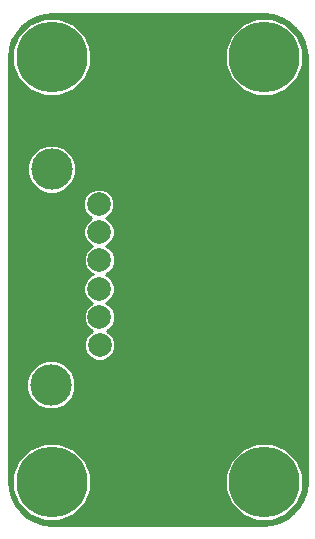
<source format=gbl>
G04 #@! TF.GenerationSoftware,KiCad,Pcbnew,(5.0.0)*
G04 #@! TF.CreationDate,2018-11-04T12:38:02-03:30*
G04 #@! TF.ProjectId,CamCon Board Rev 1.1,43616D436F6E20426F61726420526576,rev?*
G04 #@! TF.SameCoordinates,Original*
G04 #@! TF.FileFunction,Copper,L2,Bot,Signal*
G04 #@! TF.FilePolarity,Positive*
%FSLAX46Y46*%
G04 Gerber Fmt 4.6, Leading zero omitted, Abs format (unit mm)*
G04 Created by KiCad (PCBNEW (5.0.0)) date 11/04/18 12:38:02*
%MOMM*%
%LPD*%
G01*
G04 APERTURE LIST*
G04 #@! TA.AperFunction,ComponentPad*
%ADD10C,6.000000*%
G04 #@! TD*
G04 #@! TA.AperFunction,ComponentPad*
%ADD11C,2.000000*%
G04 #@! TD*
G04 #@! TA.AperFunction,ComponentPad*
%ADD12C,3.500000*%
G04 #@! TD*
G04 #@! TA.AperFunction,ViaPad*
%ADD13C,0.800000*%
G04 #@! TD*
G04 #@! TA.AperFunction,Conductor*
%ADD14C,0.254000*%
G04 #@! TD*
G04 APERTURE END LIST*
D10*
G04 #@! TO.P,REF\002A\002A,1*
G04 #@! TO.N,N/C*
X140000000Y-123000000D03*
G04 #@! TD*
G04 #@! TO.P,REF\002A\002A,1*
G04 #@! TO.N,N/C*
X158000000Y-123000000D03*
G04 #@! TD*
G04 #@! TO.P,REF\002A\002A,1*
G04 #@! TO.N,N/C*
X158000000Y-87000000D03*
G04 #@! TD*
D11*
G04 #@! TO.P,@HOLE4,*
G04 #@! TO.N,*
X143990669Y-99463905D03*
G04 #@! TD*
G04 #@! TO.P,@HOLE5,*
G04 #@! TO.N,*
X144018000Y-101820980D03*
G04 #@! TD*
G04 #@! TO.P,@HOLE6,*
G04 #@! TO.N,*
X144048480Y-104206040D03*
G04 #@! TD*
G04 #@! TO.P,@HOLE7,*
G04 #@! TO.N,*
X144018000Y-106621580D03*
G04 #@! TD*
G04 #@! TO.P,@HOLE8,*
G04 #@! TO.N,*
X144058640Y-109014260D03*
G04 #@! TD*
G04 #@! TO.P,@HOLE9,*
G04 #@! TO.N,*
X144068800Y-111391700D03*
G04 #@! TD*
D12*
G04 #@! TO.P,@HOLE10,*
G04 #@! TO.N,*
X140000000Y-96500000D03*
G04 #@! TD*
G04 #@! TO.P,@HOLE11,*
G04 #@! TO.N,*
X139950669Y-114750000D03*
G04 #@! TD*
D10*
G04 #@! TO.P,REF\002A\002A,1*
G04 #@! TO.N,N/C*
X140000000Y-87000000D03*
G04 #@! TD*
D13*
G04 #@! TO.N,GND*
X139444100Y-93578680D03*
X141944100Y-93578680D03*
X144444100Y-93578680D03*
X146944100Y-93578680D03*
X154444100Y-93578680D03*
X156944100Y-93578680D03*
X159444100Y-93578680D03*
X136944100Y-96078680D03*
X139800000Y-100800000D03*
X143400000Y-97200000D03*
X144444100Y-96078680D03*
X146944100Y-96078680D03*
X149444100Y-96078680D03*
X151944100Y-96078680D03*
X159444100Y-96078680D03*
X136944100Y-98578680D03*
X141944100Y-98578680D03*
X146944100Y-98578680D03*
X156944100Y-98578680D03*
X159444100Y-98578680D03*
X136944100Y-101078680D03*
X156944100Y-101078680D03*
X159444100Y-101078680D03*
X136944100Y-103578680D03*
X139444100Y-103578680D03*
X141944100Y-103578680D03*
X156944100Y-103578680D03*
X159444100Y-103578680D03*
X136944100Y-106078680D03*
X139444100Y-106078680D03*
X141944100Y-106078680D03*
X146944100Y-106078680D03*
X156944100Y-106078680D03*
X159444100Y-106078680D03*
X136944100Y-108578680D03*
X139444100Y-108578680D03*
X141944100Y-108578680D03*
X156944100Y-108578680D03*
X159444100Y-108578680D03*
X136944100Y-111078680D03*
X146944100Y-111078680D03*
X156944100Y-111078680D03*
X159444100Y-111078680D03*
X136944100Y-113578680D03*
X140400000Y-111600000D03*
X144465040Y-114139980D03*
X146944100Y-113578680D03*
X149444100Y-113578680D03*
X151944100Y-113578680D03*
X159444100Y-113578680D03*
X143250000Y-116250000D03*
X146944100Y-116078680D03*
X154444100Y-116078680D03*
X159444100Y-116078680D03*
X146933920Y-103535480D03*
X150800000Y-93578680D03*
X150800000Y-116200000D03*
X160600000Y-91200000D03*
X154200000Y-84200000D03*
X151200000Y-84200000D03*
X147600000Y-84200000D03*
X143400000Y-84200000D03*
X137000000Y-91000000D03*
X137200000Y-93600000D03*
X140400000Y-91000000D03*
X143400000Y-89400000D03*
X143600000Y-86400000D03*
X153800000Y-87000000D03*
X155400000Y-90000000D03*
X158200000Y-91400000D03*
X147200000Y-90600000D03*
X150800000Y-87000000D03*
X147200000Y-87000000D03*
X151400000Y-90400000D03*
X137400000Y-118200000D03*
X143200000Y-118400000D03*
X140400000Y-119000000D03*
X142800000Y-126200000D03*
X144400000Y-123000000D03*
X143200000Y-120800000D03*
X155000000Y-126000000D03*
X154000000Y-123400000D03*
X155000000Y-120400000D03*
X158600000Y-119000000D03*
X161000000Y-120200000D03*
X156000000Y-118000000D03*
X151000000Y-118400000D03*
X147000000Y-118400000D03*
X147400000Y-121200000D03*
X151000000Y-121400000D03*
X147400000Y-124800000D03*
X151000000Y-124800000D03*
X156800000Y-115000000D03*
G04 #@! TD*
D14*
G04 #@! TO.N,GND*
G36*
X158723060Y-83477514D02*
X159416591Y-83694854D01*
X160052246Y-84047203D01*
X160604073Y-84520177D01*
X161049521Y-85094444D01*
X161370402Y-85746561D01*
X161554852Y-86454671D01*
X161598001Y-87015453D01*
X161598000Y-122979636D01*
X161522485Y-123723064D01*
X161305146Y-124416590D01*
X160952797Y-125052246D01*
X160479825Y-125604071D01*
X159905553Y-126049523D01*
X159253441Y-126370402D01*
X158545329Y-126554852D01*
X157984560Y-126598000D01*
X140020364Y-126598000D01*
X139276936Y-126522485D01*
X138583410Y-126305146D01*
X137947754Y-125952797D01*
X137395929Y-125479825D01*
X136950477Y-124905553D01*
X136629598Y-124253441D01*
X136445148Y-123545329D01*
X136402000Y-122984560D01*
X136402000Y-122338219D01*
X136673000Y-122338219D01*
X136673000Y-123661781D01*
X137179505Y-124884594D01*
X138115406Y-125820495D01*
X139338219Y-126327000D01*
X140661781Y-126327000D01*
X141884594Y-125820495D01*
X142820495Y-124884594D01*
X143327000Y-123661781D01*
X143327000Y-122338219D01*
X154673000Y-122338219D01*
X154673000Y-123661781D01*
X155179505Y-124884594D01*
X156115406Y-125820495D01*
X157338219Y-126327000D01*
X158661781Y-126327000D01*
X159884594Y-125820495D01*
X160820495Y-124884594D01*
X161327000Y-123661781D01*
X161327000Y-122338219D01*
X160820495Y-121115406D01*
X159884594Y-120179505D01*
X158661781Y-119673000D01*
X157338219Y-119673000D01*
X156115406Y-120179505D01*
X155179505Y-121115406D01*
X154673000Y-122338219D01*
X143327000Y-122338219D01*
X142820495Y-121115406D01*
X141884594Y-120179505D01*
X140661781Y-119673000D01*
X139338219Y-119673000D01*
X138115406Y-120179505D01*
X137179505Y-121115406D01*
X136673000Y-122338219D01*
X136402000Y-122338219D01*
X136402000Y-114336859D01*
X137873669Y-114336859D01*
X137873669Y-115163141D01*
X138189873Y-115926526D01*
X138774143Y-116510796D01*
X139537528Y-116827000D01*
X140363810Y-116827000D01*
X141127195Y-116510796D01*
X141711465Y-115926526D01*
X142027669Y-115163141D01*
X142027669Y-114336859D01*
X141711465Y-113573474D01*
X141127195Y-112989204D01*
X140363810Y-112673000D01*
X139537528Y-112673000D01*
X138774143Y-112989204D01*
X138189873Y-113573474D01*
X137873669Y-114336859D01*
X136402000Y-114336859D01*
X136402000Y-99199948D01*
X142663669Y-99199948D01*
X142663669Y-99727862D01*
X142865693Y-100215590D01*
X143238984Y-100588881D01*
X143381958Y-100648103D01*
X143266315Y-100696004D01*
X142893024Y-101069295D01*
X142691000Y-101557023D01*
X142691000Y-102084937D01*
X142893024Y-102572665D01*
X143266315Y-102945956D01*
X143444644Y-103019823D01*
X143296795Y-103081064D01*
X142923504Y-103454355D01*
X142721480Y-103942083D01*
X142721480Y-104469997D01*
X142923504Y-104957725D01*
X143296795Y-105331016D01*
X143481437Y-105407497D01*
X143266315Y-105496604D01*
X142893024Y-105869895D01*
X142691000Y-106357623D01*
X142691000Y-106885537D01*
X142893024Y-107373265D01*
X143266315Y-107746556D01*
X143458923Y-107826337D01*
X143306955Y-107889284D01*
X142933664Y-108262575D01*
X142731640Y-108750303D01*
X142731640Y-109278217D01*
X142933664Y-109765945D01*
X143306955Y-110139236D01*
X143465926Y-110205084D01*
X143317115Y-110266724D01*
X142943824Y-110640015D01*
X142741800Y-111127743D01*
X142741800Y-111655657D01*
X142943824Y-112143385D01*
X143317115Y-112516676D01*
X143804843Y-112718700D01*
X144332757Y-112718700D01*
X144820485Y-112516676D01*
X145193776Y-112143385D01*
X145395800Y-111655657D01*
X145395800Y-111127743D01*
X145193776Y-110640015D01*
X144820485Y-110266724D01*
X144661514Y-110200876D01*
X144810325Y-110139236D01*
X145183616Y-109765945D01*
X145385640Y-109278217D01*
X145385640Y-108750303D01*
X145183616Y-108262575D01*
X144810325Y-107889284D01*
X144617717Y-107809503D01*
X144769685Y-107746556D01*
X145142976Y-107373265D01*
X145345000Y-106885537D01*
X145345000Y-106357623D01*
X145142976Y-105869895D01*
X144769685Y-105496604D01*
X144585043Y-105420123D01*
X144800165Y-105331016D01*
X145173456Y-104957725D01*
X145375480Y-104469997D01*
X145375480Y-103942083D01*
X145173456Y-103454355D01*
X144800165Y-103081064D01*
X144621836Y-103007197D01*
X144769685Y-102945956D01*
X145142976Y-102572665D01*
X145345000Y-102084937D01*
X145345000Y-101557023D01*
X145142976Y-101069295D01*
X144769685Y-100696004D01*
X144626711Y-100636782D01*
X144742354Y-100588881D01*
X145115645Y-100215590D01*
X145317669Y-99727862D01*
X145317669Y-99199948D01*
X145115645Y-98712220D01*
X144742354Y-98338929D01*
X144254626Y-98136905D01*
X143726712Y-98136905D01*
X143238984Y-98338929D01*
X142865693Y-98712220D01*
X142663669Y-99199948D01*
X136402000Y-99199948D01*
X136402000Y-96086859D01*
X137923000Y-96086859D01*
X137923000Y-96913141D01*
X138239204Y-97676526D01*
X138823474Y-98260796D01*
X139586859Y-98577000D01*
X140413141Y-98577000D01*
X141176526Y-98260796D01*
X141760796Y-97676526D01*
X142077000Y-96913141D01*
X142077000Y-96086859D01*
X141760796Y-95323474D01*
X141176526Y-94739204D01*
X140413141Y-94423000D01*
X139586859Y-94423000D01*
X138823474Y-94739204D01*
X138239204Y-95323474D01*
X137923000Y-96086859D01*
X136402000Y-96086859D01*
X136402000Y-87020364D01*
X136471289Y-86338219D01*
X136673000Y-86338219D01*
X136673000Y-87661781D01*
X137179505Y-88884594D01*
X138115406Y-89820495D01*
X139338219Y-90327000D01*
X140661781Y-90327000D01*
X141884594Y-89820495D01*
X142820495Y-88884594D01*
X143327000Y-87661781D01*
X143327000Y-86338219D01*
X154673000Y-86338219D01*
X154673000Y-87661781D01*
X155179505Y-88884594D01*
X156115406Y-89820495D01*
X157338219Y-90327000D01*
X158661781Y-90327000D01*
X159884594Y-89820495D01*
X160820495Y-88884594D01*
X161327000Y-87661781D01*
X161327000Y-86338219D01*
X160820495Y-85115406D01*
X159884594Y-84179505D01*
X158661781Y-83673000D01*
X157338219Y-83673000D01*
X156115406Y-84179505D01*
X155179505Y-85115406D01*
X154673000Y-86338219D01*
X143327000Y-86338219D01*
X142820495Y-85115406D01*
X141884594Y-84179505D01*
X140661781Y-83673000D01*
X139338219Y-83673000D01*
X138115406Y-84179505D01*
X137179505Y-85115406D01*
X136673000Y-86338219D01*
X136471289Y-86338219D01*
X136477514Y-86276940D01*
X136694854Y-85583409D01*
X137047203Y-84947754D01*
X137520177Y-84395927D01*
X138094444Y-83950479D01*
X138746561Y-83629598D01*
X139454671Y-83445148D01*
X140015440Y-83402000D01*
X157979636Y-83402000D01*
X158723060Y-83477514D01*
X158723060Y-83477514D01*
G37*
X158723060Y-83477514D02*
X159416591Y-83694854D01*
X160052246Y-84047203D01*
X160604073Y-84520177D01*
X161049521Y-85094444D01*
X161370402Y-85746561D01*
X161554852Y-86454671D01*
X161598001Y-87015453D01*
X161598000Y-122979636D01*
X161522485Y-123723064D01*
X161305146Y-124416590D01*
X160952797Y-125052246D01*
X160479825Y-125604071D01*
X159905553Y-126049523D01*
X159253441Y-126370402D01*
X158545329Y-126554852D01*
X157984560Y-126598000D01*
X140020364Y-126598000D01*
X139276936Y-126522485D01*
X138583410Y-126305146D01*
X137947754Y-125952797D01*
X137395929Y-125479825D01*
X136950477Y-124905553D01*
X136629598Y-124253441D01*
X136445148Y-123545329D01*
X136402000Y-122984560D01*
X136402000Y-122338219D01*
X136673000Y-122338219D01*
X136673000Y-123661781D01*
X137179505Y-124884594D01*
X138115406Y-125820495D01*
X139338219Y-126327000D01*
X140661781Y-126327000D01*
X141884594Y-125820495D01*
X142820495Y-124884594D01*
X143327000Y-123661781D01*
X143327000Y-122338219D01*
X154673000Y-122338219D01*
X154673000Y-123661781D01*
X155179505Y-124884594D01*
X156115406Y-125820495D01*
X157338219Y-126327000D01*
X158661781Y-126327000D01*
X159884594Y-125820495D01*
X160820495Y-124884594D01*
X161327000Y-123661781D01*
X161327000Y-122338219D01*
X160820495Y-121115406D01*
X159884594Y-120179505D01*
X158661781Y-119673000D01*
X157338219Y-119673000D01*
X156115406Y-120179505D01*
X155179505Y-121115406D01*
X154673000Y-122338219D01*
X143327000Y-122338219D01*
X142820495Y-121115406D01*
X141884594Y-120179505D01*
X140661781Y-119673000D01*
X139338219Y-119673000D01*
X138115406Y-120179505D01*
X137179505Y-121115406D01*
X136673000Y-122338219D01*
X136402000Y-122338219D01*
X136402000Y-114336859D01*
X137873669Y-114336859D01*
X137873669Y-115163141D01*
X138189873Y-115926526D01*
X138774143Y-116510796D01*
X139537528Y-116827000D01*
X140363810Y-116827000D01*
X141127195Y-116510796D01*
X141711465Y-115926526D01*
X142027669Y-115163141D01*
X142027669Y-114336859D01*
X141711465Y-113573474D01*
X141127195Y-112989204D01*
X140363810Y-112673000D01*
X139537528Y-112673000D01*
X138774143Y-112989204D01*
X138189873Y-113573474D01*
X137873669Y-114336859D01*
X136402000Y-114336859D01*
X136402000Y-99199948D01*
X142663669Y-99199948D01*
X142663669Y-99727862D01*
X142865693Y-100215590D01*
X143238984Y-100588881D01*
X143381958Y-100648103D01*
X143266315Y-100696004D01*
X142893024Y-101069295D01*
X142691000Y-101557023D01*
X142691000Y-102084937D01*
X142893024Y-102572665D01*
X143266315Y-102945956D01*
X143444644Y-103019823D01*
X143296795Y-103081064D01*
X142923504Y-103454355D01*
X142721480Y-103942083D01*
X142721480Y-104469997D01*
X142923504Y-104957725D01*
X143296795Y-105331016D01*
X143481437Y-105407497D01*
X143266315Y-105496604D01*
X142893024Y-105869895D01*
X142691000Y-106357623D01*
X142691000Y-106885537D01*
X142893024Y-107373265D01*
X143266315Y-107746556D01*
X143458923Y-107826337D01*
X143306955Y-107889284D01*
X142933664Y-108262575D01*
X142731640Y-108750303D01*
X142731640Y-109278217D01*
X142933664Y-109765945D01*
X143306955Y-110139236D01*
X143465926Y-110205084D01*
X143317115Y-110266724D01*
X142943824Y-110640015D01*
X142741800Y-111127743D01*
X142741800Y-111655657D01*
X142943824Y-112143385D01*
X143317115Y-112516676D01*
X143804843Y-112718700D01*
X144332757Y-112718700D01*
X144820485Y-112516676D01*
X145193776Y-112143385D01*
X145395800Y-111655657D01*
X145395800Y-111127743D01*
X145193776Y-110640015D01*
X144820485Y-110266724D01*
X144661514Y-110200876D01*
X144810325Y-110139236D01*
X145183616Y-109765945D01*
X145385640Y-109278217D01*
X145385640Y-108750303D01*
X145183616Y-108262575D01*
X144810325Y-107889284D01*
X144617717Y-107809503D01*
X144769685Y-107746556D01*
X145142976Y-107373265D01*
X145345000Y-106885537D01*
X145345000Y-106357623D01*
X145142976Y-105869895D01*
X144769685Y-105496604D01*
X144585043Y-105420123D01*
X144800165Y-105331016D01*
X145173456Y-104957725D01*
X145375480Y-104469997D01*
X145375480Y-103942083D01*
X145173456Y-103454355D01*
X144800165Y-103081064D01*
X144621836Y-103007197D01*
X144769685Y-102945956D01*
X145142976Y-102572665D01*
X145345000Y-102084937D01*
X145345000Y-101557023D01*
X145142976Y-101069295D01*
X144769685Y-100696004D01*
X144626711Y-100636782D01*
X144742354Y-100588881D01*
X145115645Y-100215590D01*
X145317669Y-99727862D01*
X145317669Y-99199948D01*
X145115645Y-98712220D01*
X144742354Y-98338929D01*
X144254626Y-98136905D01*
X143726712Y-98136905D01*
X143238984Y-98338929D01*
X142865693Y-98712220D01*
X142663669Y-99199948D01*
X136402000Y-99199948D01*
X136402000Y-96086859D01*
X137923000Y-96086859D01*
X137923000Y-96913141D01*
X138239204Y-97676526D01*
X138823474Y-98260796D01*
X139586859Y-98577000D01*
X140413141Y-98577000D01*
X141176526Y-98260796D01*
X141760796Y-97676526D01*
X142077000Y-96913141D01*
X142077000Y-96086859D01*
X141760796Y-95323474D01*
X141176526Y-94739204D01*
X140413141Y-94423000D01*
X139586859Y-94423000D01*
X138823474Y-94739204D01*
X138239204Y-95323474D01*
X137923000Y-96086859D01*
X136402000Y-96086859D01*
X136402000Y-87020364D01*
X136471289Y-86338219D01*
X136673000Y-86338219D01*
X136673000Y-87661781D01*
X137179505Y-88884594D01*
X138115406Y-89820495D01*
X139338219Y-90327000D01*
X140661781Y-90327000D01*
X141884594Y-89820495D01*
X142820495Y-88884594D01*
X143327000Y-87661781D01*
X143327000Y-86338219D01*
X154673000Y-86338219D01*
X154673000Y-87661781D01*
X155179505Y-88884594D01*
X156115406Y-89820495D01*
X157338219Y-90327000D01*
X158661781Y-90327000D01*
X159884594Y-89820495D01*
X160820495Y-88884594D01*
X161327000Y-87661781D01*
X161327000Y-86338219D01*
X160820495Y-85115406D01*
X159884594Y-84179505D01*
X158661781Y-83673000D01*
X157338219Y-83673000D01*
X156115406Y-84179505D01*
X155179505Y-85115406D01*
X154673000Y-86338219D01*
X143327000Y-86338219D01*
X142820495Y-85115406D01*
X141884594Y-84179505D01*
X140661781Y-83673000D01*
X139338219Y-83673000D01*
X138115406Y-84179505D01*
X137179505Y-85115406D01*
X136673000Y-86338219D01*
X136471289Y-86338219D01*
X136477514Y-86276940D01*
X136694854Y-85583409D01*
X137047203Y-84947754D01*
X137520177Y-84395927D01*
X138094444Y-83950479D01*
X138746561Y-83629598D01*
X139454671Y-83445148D01*
X140015440Y-83402000D01*
X157979636Y-83402000D01*
X158723060Y-83477514D01*
G04 #@! TD*
M02*

</source>
